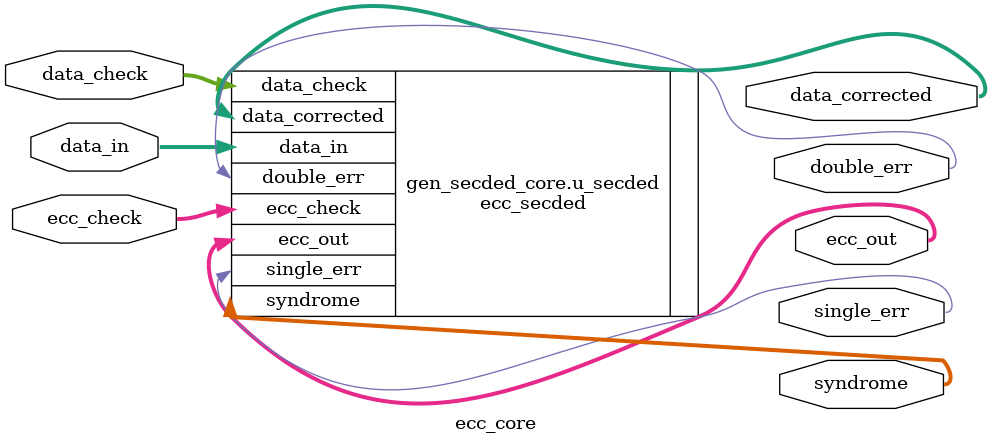
<source format=v>
`timescale 1ns/1ps

/**
 * Generic ECC wrapper for DDR2 server controller.
 *
 * This module provides a stable encoder/decoder interface that can be backed
 * either by the existing SECDED(72,64) implementation (`ecc_secded`) or by a
 * future chipkill/x4-capable ECC engine. The goal is to allow the top-level
 * controller to swap ECC schemes without rewiring all call sites.
 *
 * NOTE: In this revision only SECDED mode is functionally implemented. The
 *       CHIPKILL mode is stubbed out to behave like a pass-through (no error
 *       detection/correction) and is intended purely as a placeholder for
 *       future work.
 */
module ecc_core #(
    parameter integer DATA_WIDTH   = 64,
    parameter integer SECDED_PARITY_BITS = 7,
    // ECC_MODE:
    //   0 = SECDED(72,64) using ecc_secded (current behavior)
    //   1 = Chipkill/x4-capable ECC (stubbed in this revision)
    parameter integer ECC_MODE     = 0
) (
    // Encoder inputs/outputs
    input  wire [DATA_WIDTH-1:0]  data_in,
    output wire [SECDED_PARITY_BITS:0] ecc_out,

    // Decoder inputs
    input  wire [DATA_WIDTH-1:0]  data_check,
    input  wire [SECDED_PARITY_BITS:0] ecc_check,

    // Decoder outputs
    output wire [DATA_WIDTH-1:0]  data_corrected,
    output wire                   single_err,
    output wire                   double_err,
    output wire [SECDED_PARITY_BITS:0] syndrome
);

    // ------------------------------------------------------------------------
    // SECDED(72,64) implementation (current, production path).
    // ------------------------------------------------------------------------
    generate
        if (ECC_MODE == 0) begin : gen_secded_core
            ecc_secded #(
                .DATA_WIDTH (DATA_WIDTH),
                .PARITY_BITS(SECDED_PARITY_BITS)
            ) u_secded (
                .data_in       (data_in),
                .ecc_out       (ecc_out),
                .data_check    (data_check),
                .ecc_check     (ecc_check),
                .data_corrected(data_corrected),
                .single_err    (single_err),
                .double_err    (double_err),
                .syndrome      (syndrome)
            );
        end else begin : gen_chipkill_stub
            // ----------------------------------------------------------------
            // Placeholder for a future chipkill/x4-capable ECC engine.
            //
            // For now this path behaves like a transparent pass-through:
            //   - No ECC bits are generated (ecc_out = 0).
            //   - No correction is applied (data_corrected = data_check).
            //   - No errors are reported (single_err = double_err = 0).
            //   - Syndrome is zero.
            //
            // This allows top-level code to be wired up under an
            // ECC_MODE!=0 configuration without affecting functional behavior
            // until a real chipkill implementation is introduced.
            // ----------------------------------------------------------------
            assign ecc_out        = { (SECDED_PARITY_BITS+1){1'b0} };
            assign data_corrected = data_check;
            assign single_err     = 1'b0;
            assign double_err     = 1'b0;
            assign syndrome       = { (SECDED_PARITY_BITS+1){1'b0} };
        end
    endgenerate

endmodule


</source>
